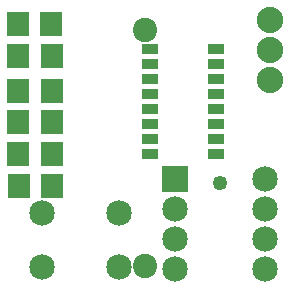
<source format=gts>
G04 MADE WITH FRITZING*
G04 WWW.FRITZING.ORG*
G04 DOUBLE SIDED*
G04 HOLES PLATED*
G04 CONTOUR ON CENTER OF CONTOUR VECTOR*
%ASAXBY*%
%FSLAX23Y23*%
%MOIN*%
%OFA0B0*%
%SFA1.0B1.0*%
%ADD10C,0.081181*%
%ADD11C,0.085000*%
%ADD12C,0.088000*%
%ADD13C,0.049370*%
%ADD14R,0.085000X0.085000*%
%ADD15R,0.072992X0.080984*%
%ADD16R,0.057244X0.033622*%
%LNMASK1*%
G90*
G70*
G54D10*
X495Y95D03*
X495Y882D03*
X495Y95D03*
X495Y882D03*
X495Y95D03*
X495Y882D03*
G54D11*
X595Y384D03*
X895Y384D03*
X595Y284D03*
X895Y284D03*
X595Y184D03*
X895Y184D03*
X595Y84D03*
X895Y84D03*
G54D12*
X913Y914D03*
X913Y814D03*
X913Y714D03*
G54D13*
X746Y372D03*
G54D11*
X408Y93D03*
X152Y93D03*
X408Y271D03*
X152Y271D03*
G54D14*
X595Y384D03*
G54D15*
X72Y901D03*
X184Y901D03*
X74Y795D03*
X186Y795D03*
X73Y679D03*
X185Y679D03*
X74Y575D03*
X186Y575D03*
X73Y470D03*
X185Y470D03*
X75Y362D03*
X187Y362D03*
G54D16*
X511Y819D03*
X511Y769D03*
X511Y719D03*
X511Y669D03*
X511Y619D03*
X511Y569D03*
X511Y519D03*
X511Y469D03*
X731Y469D03*
X731Y519D03*
X731Y569D03*
X731Y619D03*
X731Y669D03*
X731Y719D03*
X731Y769D03*
X731Y819D03*
G04 End of Mask1*
M02*
</source>
